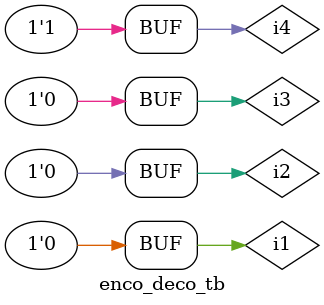
<source format=v>
`include"encoder4to2.v"
`include"decoder2to4.v"
module enco_deco(input i1,i2,i3,i4,output g1,g2,g3,g4);
encoder4to2 gate1(i1,i2,i3,i4,y1,y2);

decoder2to4 gate2(y1,y2,g1,g2,g3,g4);

endmodule



module enco_deco_tb();
reg i1,i2,i3,i4;
wire g1,g2,g3,g4;

enco_deco gate3(i1,i2,i3,i4,g1,g2,g3,g4);

initial
repeat(2)
begin
i1=1;i2=0;i3=0;i4=0;#10;
i2=1;i1=0;i3=0;i4=0;#10;
i3=1;i1=0;i2=0;i4=0;#10;
i4=1;i2=0;i3=0;i1=0;#10;
end


initial
$monitor("i1=%d i2=%d i3=%D i4=%D g1=%D g2=%D g3=%D g4=%D time=%0t",i1,i2,i3,i4,g1,g2,g3,g4,$time);
endmodule

</source>
